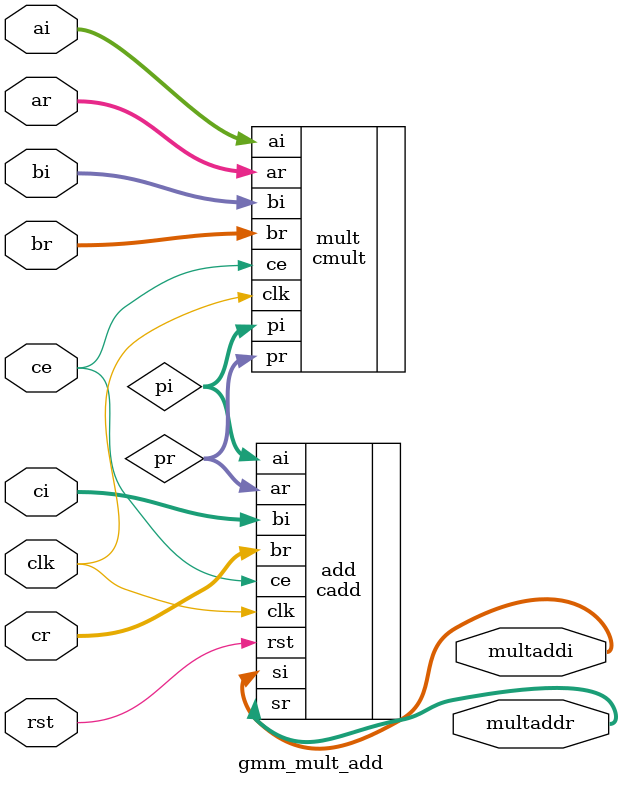
<source format=sv>
`timescale 1ns / 1ps

(* use_dsp="yes" *)
module gmm_mult_add # (
                parameter SIZEIN = 16
               )
               (
                input clk,
                input ce,    // Clock enable
                input rst,   // Reset
                input signed [SIZEIN-1:0] ar, ai,
                input signed [SIZEIN-1:0] br, bi,
                input signed [2*SIZEIN:0] cr, ci,
                output signed [2*SIZEIN:0]  multaddr, multaddi
                );

logic signed [2*SIZEIN:0] pr, pi;

cmult # (.AWIDTH(SIZEIN),
         .BWIDTH(SIZEIN)
        )
mult
        (
         .clk(clk),
         .ce(ce),
         .ar(ar),
         .ai(ai),
         .br(br),
         .bi(bi),
         .pr(pr),
         .pi(pi)
        );

cadd # (.SIZEIN(2*SIZEIN)
        )
add
        (
         .clk(clk),
         .rst(rst),
         .ce(ce),
         .ar(pr),
         .ai(pi),
         .br(cr),
         .bi(ci),
         .sr(multaddr),
         .si(multaddi)
        );

endmodule

</source>
